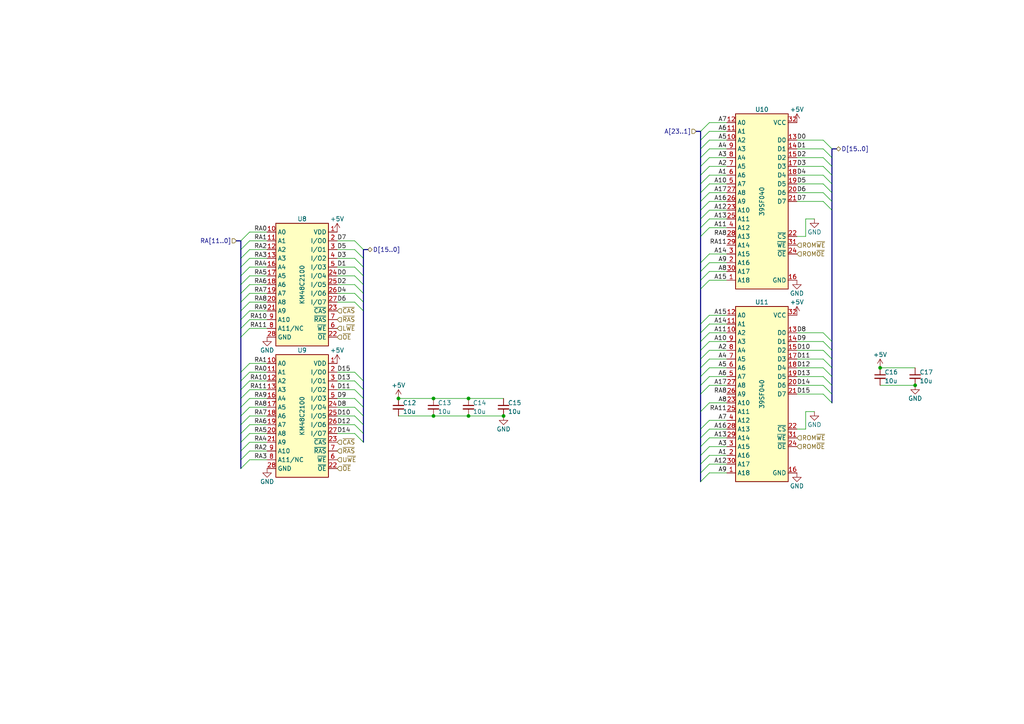
<source format=kicad_sch>
(kicad_sch (version 20231120) (generator "eeschema") (generator_version "8.0")
  (paper "A4")
  (title_block (title "WarpSE (GW4410A)") (date "2024-04-23") (rev "1.0") (company "Garrett's Workshop"))
  (lib_symbols
    (symbol "Device:C_Small" (pin_numbers hide) (pin_names (offset 0.254) hide)
      (property "Reference" "C" (at 0.254 1.778 0))
      (property "Value" "C_Small" (at 0.254 -2.032 0))
      (symbol "C_Small_0_1"
        (polyline (pts (xy -1.524 -0.508) (xy 1.524 -0.508)) (stroke (width 0.3302)))
        (polyline (pts (xy -1.524 0.508) (xy 1.524 0.508)) (stroke (width 0.3048)))
      )
      (symbol "C_Small_1_1"
        (pin passive line (at 0 2.54 270) (length 2.032) (name "~") (number "1"))
        (pin passive line (at 0 -2.54 90) (length 2.032) (name "~") (number "2"))
      )
    )
    (symbol "GW_RAM:DRAM-2Mx8-SOP-28"
      (property "Reference" "U" (at 0 19.05 0))
      (property "Value" "DRAM-2Mx8-SOP-28" (at 0 0 90))
      (symbol "DRAM-2Mx8-SOP-28_0_1"
        (rectangle (start -7.62 17.78) (end 7.62 -17.78) (stroke (width 0.254)) (fill (type background)))
      )
      (symbol "DRAM-2Mx8-SOP-28_1_1"
        (pin power_in line (at 10.16 15.24 180) (length 2.54) (name "VDD") (number "1"))
        (pin input line (at -10.16 15.24 0) (length 2.54) (name "A0") (number "10"))
        (pin input line (at -10.16 12.7 0) (length 2.54) (name "A1") (number "11"))
        (pin input line (at -10.16 10.16 0) (length 2.54) (name "A2") (number "12"))
        (pin input line (at -10.16 7.62 0) (length 2.54) (name "A3") (number "13"))
        (pin power_in line (at 10.16 15.24 180) (length 2.54) hide (name "VDD") (number "14"))
        (pin power_in line (at -10.16 -15.24 0) (length 2.54) hide (name "GND") (number "15"))
        (pin input line (at -10.16 5.08 0) (length 2.54) (name "A4") (number "16"))
        (pin input line (at -10.16 2.54 0) (length 2.54) (name "A5") (number "17"))
        (pin input line (at -10.16 0 0) (length 2.54) (name "A6") (number "18"))
        (pin input line (at -10.16 -2.54 0) (length 2.54) (name "A7") (number "19"))
        (pin bidirectional line (at 10.16 12.7 180) (length 2.54) (name "I/O0") (number "2"))
        (pin input line (at -10.16 -5.08 0) (length 2.54) (name "A8") (number "20"))
        (pin input line (at -10.16 -7.62 0) (length 2.54) (name "A9") (number "21"))
        (pin input line (at 10.16 -15.24 180) (length 2.54) (name "~{OE}") (number "22"))
        (pin input line (at 10.16 -7.62 180) (length 2.54) (name "~{CAS}") (number "23"))
        (pin bidirectional line (at 10.16 2.54 180) (length 2.54) (name "I/O4") (number "24"))
        (pin bidirectional line (at 10.16 0 180) (length 2.54) (name "I/O5") (number "25"))
        (pin bidirectional line (at 10.16 -2.54 180) (length 2.54) (name "I/O6") (number "26"))
        (pin bidirectional line (at 10.16 -5.08 180) (length 2.54) (name "I/O7") (number "27"))
        (pin power_in line (at -10.16 -15.24 0) (length 2.54) (name "GND") (number "28"))
        (pin bidirectional line (at 10.16 10.16 180) (length 2.54) (name "I/O1") (number "3"))
        (pin bidirectional line (at 10.16 7.62 180) (length 2.54) (name "I/O2") (number "4"))
        (pin bidirectional line (at 10.16 5.08 180) (length 2.54) (name "I/O3") (number "5"))
        (pin input line (at 10.16 -12.7 180) (length 2.54) (name "~{WE}") (number "6"))
        (pin input line (at 10.16 -10.16 180) (length 2.54) (name "~{RAS}") (number "7"))
        (pin input line (at -10.16 -12.7 0) (length 2.54) (name "A11/NC") (number "8"))
        (pin input line (at -10.16 -10.16 0) (length 2.54) (name "A10") (number "9"))
      )
    )
    (symbol "GW_RAM:Flash-512Kx8-PLCC-32"
      (property "Reference" "U" (at 0 26.67 0))
      (property "Value" "Flash-512Kx8-PLCC-32" (at 0 0 90))
      (symbol "Flash-512Kx8-PLCC-32_0_0"
        (pin power_in line (at 10.16 -22.86 180) (length 2.54) (name "GND") (number "16"))
        (pin power_in line (at 10.16 22.86 180) (length 2.54) (name "VCC") (number "32"))
      )
      (symbol "Flash-512Kx8-PLCC-32_0_1"
        (rectangle (start -7.62 25.4) (end 7.62 -25.4) (stroke (width 0.254)) (fill (type background)))
      )
      (symbol "Flash-512Kx8-PLCC-32_1_1"
        (pin input line (at -10.16 -22.86 0) (length 2.54) (name "A18") (number "1"))
        (pin input line (at -10.16 17.78 0) (length 2.54) (name "A2") (number "10"))
        (pin input line (at -10.16 20.32 0) (length 2.54) (name "A1") (number "11"))
        (pin input line (at -10.16 22.86 0) (length 2.54) (name "A0") (number "12"))
        (pin bidirectional line (at 10.16 17.78 180) (length 2.54) (name "D0") (number "13"))
        (pin bidirectional line (at 10.16 15.24 180) (length 2.54) (name "D1") (number "14"))
        (pin bidirectional line (at 10.16 12.7 180) (length 2.54) (name "D2") (number "15"))
        (pin bidirectional line (at 10.16 10.16 180) (length 2.54) (name "D3") (number "17"))
        (pin bidirectional line (at 10.16 7.62 180) (length 2.54) (name "D4") (number "18"))
        (pin bidirectional line (at 10.16 5.08 180) (length 2.54) (name "D5") (number "19"))
        (pin input line (at -10.16 -17.78 0) (length 2.54) (name "A16") (number "2"))
        (pin bidirectional line (at 10.16 2.54 180) (length 2.54) (name "D6") (number "20"))
        (pin bidirectional line (at 10.16 0 180) (length 2.54) (name "D7") (number "21"))
        (pin input line (at 10.16 -10.16 180) (length 2.54) (name "~{CS}") (number "22"))
        (pin input line (at -10.16 -2.54 0) (length 2.54) (name "A10") (number "23"))
        (pin input line (at 10.16 -15.24 180) (length 2.54) (name "~{OE}") (number "24"))
        (pin input line (at -10.16 -5.08 0) (length 2.54) (name "A11") (number "25"))
        (pin input line (at -10.16 0 0) (length 2.54) (name "A9") (number "26"))
        (pin input line (at -10.16 2.54 0) (length 2.54) (name "A8") (number "27"))
        (pin input line (at -10.16 -10.16 0) (length 2.54) (name "A13") (number "28"))
        (pin input line (at -10.16 -12.7 0) (length 2.54) (name "A14") (number "29"))
        (pin input line (at -10.16 -15.24 0) (length 2.54) (name "A15") (number "3"))
        (pin input line (at -10.16 -20.32 0) (length 2.54) (name "A17") (number "30"))
        (pin input line (at 10.16 -12.7 180) (length 2.54) (name "~{WE}") (number "31"))
        (pin input line (at -10.16 -7.62 0) (length 2.54) (name "A12") (number "4"))
        (pin input line (at -10.16 5.08 0) (length 2.54) (name "A7") (number "5"))
        (pin input line (at -10.16 7.62 0) (length 2.54) (name "A6") (number "6"))
        (pin input line (at -10.16 10.16 0) (length 2.54) (name "A5") (number "7"))
        (pin input line (at -10.16 12.7 0) (length 2.54) (name "A4") (number "8"))
        (pin input line (at -10.16 15.24 0) (length 2.54) (name "A3") (number "9"))
      )
    )
    (symbol "power:+5V" (power) (pin_names (offset 0))
      (property "Value" "+5V" (at 0 3.556 0))
      (symbol "+5V_0_1"
        (polyline (pts (xy -0.762 1.27) (xy 0 2.54)))
        (polyline (pts (xy 0 0) (xy 0 2.54)))
        (polyline (pts (xy 0 2.54) (xy 0.762 1.27)))
      )
      (symbol "+5V_1_1"
        (pin power_in line (at 0 0 90) (length 0) hide (name "+5V") (number "1"))
      )
    )
    (symbol "power:GND" (power) (pin_names (offset 0))
      (property "Value" "GND" (at 0 -3.81 0))
      (symbol "GND_0_1"
        (polyline (pts (xy 0 0) (xy 0 -1.27) (xy 1.27 -1.27) (xy 0 -2.54) (xy -1.27 -1.27) (xy 0 -1.27)))
      )
      (symbol "GND_1_1"
        (pin power_in line (at 0 0 270) (length 0) hide (name "GND") (number "1"))
      )
    )
  )
  (junction (at 265.43 111.76))
  (junction (at 115.57 115.57))
  (junction (at 146.05 120.65))
  (junction (at 255.27 106.68))
  (junction (at 125.73 115.57))
  (junction (at 135.89 120.65))
  (junction (at 125.73 120.65))
  (junction (at 135.89 115.57))
  (bus_entry (at 105.41 85.09) (size -2.54 -2.54))
  (bus_entry (at 69.85 118.11) (size 2.54 -2.54))
  (bus_entry (at 105.41 87.63) (size -2.54 -2.54))
  (bus_entry (at 105.41 72.39) (size -2.54 -2.54))
  (bus_entry (at 205.74 78.74) (size -2.54 2.54))
  (bus_entry (at 105.41 123.19) (size -2.54 -2.54))
  (bus_entry (at 205.74 96.52) (size -2.54 2.54))
  (bus_entry (at 238.76 50.8) (size 2.54 2.54))
  (bus_entry (at 205.74 132.08) (size -2.54 2.54))
  (bus_entry (at 69.85 80.01) (size 2.54 -2.54))
  (bus_entry (at 69.85 77.47) (size 2.54 -2.54))
  (bus_entry (at 105.41 74.93) (size -2.54 -2.54))
  (bus_entry (at 105.41 113.03) (size -2.54 -2.54))
  (bus_entry (at 205.74 45.72) (size -2.54 2.54))
  (bus_entry (at 205.74 111.76) (size -2.54 2.54))
  (bus_entry (at 69.85 133.35) (size 2.54 -2.54))
  (bus_entry (at 69.85 123.19) (size 2.54 -2.54))
  (bus_entry (at 238.76 58.42) (size 2.54 2.54))
  (bus_entry (at 205.74 99.06) (size -2.54 2.54))
  (bus_entry (at 105.41 125.73) (size -2.54 -2.54))
  (bus_entry (at 238.76 111.76) (size 2.54 2.54))
  (bus_entry (at 69.85 128.27) (size 2.54 -2.54))
  (bus_entry (at 69.85 125.73) (size 2.54 -2.54))
  (bus_entry (at 69.85 97.79) (size 2.54 -2.54))
  (bus_entry (at 205.74 91.44) (size -2.54 2.54))
  (bus_entry (at 238.76 96.52) (size 2.54 2.54))
  (bus_entry (at 105.41 128.27) (size -2.54 -2.54))
  (bus_entry (at 238.76 55.88) (size 2.54 2.54))
  (bus_entry (at 105.41 115.57) (size -2.54 -2.54))
  (bus_entry (at 105.41 120.65) (size -2.54 -2.54))
  (bus_entry (at 105.41 90.17) (size -2.54 -2.54))
  (bus_entry (at 105.41 118.11) (size -2.54 -2.54))
  (bus_entry (at 205.74 137.16) (size -2.54 2.54))
  (bus_entry (at 105.41 80.01) (size -2.54 -2.54))
  (bus_entry (at 205.74 129.54) (size -2.54 2.54))
  (bus_entry (at 205.74 73.66) (size -2.54 2.54))
  (bus_entry (at 69.85 92.71) (size 2.54 -2.54))
  (bus_entry (at 238.76 45.72) (size 2.54 2.54))
  (bus_entry (at 205.74 81.28) (size -2.54 2.54))
  (bus_entry (at 205.74 55.88) (size -2.54 2.54))
  (bus_entry (at 69.85 110.49) (size 2.54 -2.54))
  (bus_entry (at 69.85 107.95) (size 2.54 -2.54))
  (bus_entry (at 69.85 74.93) (size 2.54 -2.54))
  (bus_entry (at 205.74 58.42) (size -2.54 2.54))
  (bus_entry (at 205.74 76.2) (size -2.54 2.54))
  (bus_entry (at 69.85 85.09) (size 2.54 -2.54))
  (bus_entry (at 69.85 90.17) (size 2.54 -2.54))
  (bus_entry (at 205.74 121.92) (size -2.54 2.54))
  (bus_entry (at 238.76 43.18) (size 2.54 2.54))
  (bus_entry (at 205.74 106.68) (size -2.54 2.54))
  (bus_entry (at 69.85 87.63) (size 2.54 -2.54))
  (bus_entry (at 105.41 110.49) (size -2.54 -2.54))
  (bus_entry (at 69.85 69.85) (size 2.54 -2.54))
  (bus_entry (at 205.74 109.22) (size -2.54 2.54))
  (bus_entry (at 105.41 82.55) (size -2.54 -2.54))
  (bus_entry (at 238.76 40.64) (size 2.54 2.54))
  (bus_entry (at 69.85 82.55) (size 2.54 -2.54))
  (bus_entry (at 205.74 66.04) (size -2.54 2.54))
  (bus_entry (at 238.76 53.34) (size 2.54 2.54))
  (bus_entry (at 205.74 124.46) (size -2.54 2.54))
  (bus_entry (at 205.74 50.8) (size -2.54 2.54))
  (bus_entry (at 238.76 48.26) (size 2.54 2.54))
  (bus_entry (at 205.74 53.34) (size -2.54 2.54))
  (bus_entry (at 205.74 93.98) (size -2.54 2.54))
  (bus_entry (at 205.74 127) (size -2.54 2.54))
  (bus_entry (at 205.74 38.1) (size -2.54 2.54))
  (bus_entry (at 238.76 104.14) (size 2.54 2.54))
  (bus_entry (at 205.74 35.56) (size -2.54 2.54))
  (bus_entry (at 105.41 77.47) (size -2.54 -2.54))
  (bus_entry (at 238.76 101.6) (size 2.54 2.54))
  (bus_entry (at 205.74 134.62) (size -2.54 2.54))
  (bus_entry (at 205.74 60.96) (size -2.54 2.54))
  (bus_entry (at 205.74 63.5) (size -2.54 2.54))
  (bus_entry (at 205.74 40.64) (size -2.54 2.54))
  (bus_entry (at 238.76 99.06) (size 2.54 2.54))
  (bus_entry (at 69.85 120.65) (size 2.54 -2.54))
  (bus_entry (at 69.85 115.57) (size 2.54 -2.54))
  (bus_entry (at 69.85 113.03) (size 2.54 -2.54))
  (bus_entry (at 205.74 104.14) (size -2.54 2.54))
  (bus_entry (at 238.76 106.68) (size 2.54 2.54))
  (bus_entry (at 238.76 109.22) (size 2.54 2.54))
  (bus_entry (at 69.85 72.39) (size 2.54 -2.54))
  (bus_entry (at 205.74 116.84) (size -2.54 2.54))
  (bus_entry (at 69.85 95.25) (size 2.54 -2.54))
  (bus_entry (at 205.74 43.18) (size -2.54 2.54))
  (bus_entry (at 238.76 114.3) (size 2.54 2.54))
  (bus_entry (at 205.74 101.6) (size -2.54 2.54))
  (bus_entry (at 69.85 135.89) (size 2.54 -2.54))
  (bus_entry (at 69.85 130.81) (size 2.54 -2.54))
  (bus_entry (at 205.74 48.26) (size -2.54 2.54))
  (bus (pts (xy 241.3 58.42) (xy 241.3 60.96)))
  (bus (pts (xy 69.85 69.85) (xy 69.85 72.39)))
  (bus (pts (xy 105.41 123.19) (xy 105.41 125.73)))
  (wire (pts (xy 77.47 82.55) (xy 72.39 82.55)))
  (bus (pts (xy 69.85 128.27) (xy 69.85 130.81)))
  (bus (pts (xy 69.85 74.93) (xy 69.85 77.47)))
  (wire (pts (xy 210.82 91.44) (xy 205.74 91.44)))
  (wire (pts (xy 77.47 85.09) (xy 72.39 85.09)))
  (wire (pts (xy 210.82 38.1) (xy 205.74 38.1)))
  (wire (pts (xy 77.47 118.11) (xy 72.39 118.11)))
  (wire (pts (xy 115.57 120.65) (xy 125.73 120.65)))
  (wire (pts (xy 210.82 50.8) (xy 205.74 50.8)))
  (wire (pts (xy 231.14 96.52) (xy 238.76 96.52)))
  (wire (pts (xy 210.82 134.62) (xy 205.74 134.62)))
  (bus (pts (xy 69.85 133.35) (xy 69.85 135.89)))
  (wire (pts (xy 125.73 115.57) (xy 135.89 115.57)))
  (wire (pts (xy 231.14 104.14) (xy 238.76 104.14)))
  (wire (pts (xy 77.47 105.41) (xy 72.39 105.41)))
  (wire (pts (xy 77.47 113.03) (xy 72.39 113.03)))
  (wire (pts (xy 135.89 115.57) (xy 146.05 115.57)))
  (wire (pts (xy 210.82 99.06) (xy 205.74 99.06)))
  (wire (pts (xy 210.82 35.56) (xy 205.74 35.56)))
  (bus (pts (xy 203.2 43.18) (xy 203.2 45.72)))
  (bus (pts (xy 203.2 124.46) (xy 203.2 127)))
  (wire (pts (xy 210.82 55.88) (xy 205.74 55.88)))
  (wire (pts (xy 231.14 48.26) (xy 238.76 48.26)))
  (bus (pts (xy 241.3 101.6) (xy 241.3 104.14)))
  (bus (pts (xy 241.3 55.88) (xy 241.3 58.42)))
  (bus (pts (xy 241.3 48.26) (xy 241.3 50.8)))
  (bus (pts (xy 241.3 50.8) (xy 241.3 53.34)))
  (bus (pts (xy 105.41 74.93) (xy 105.41 77.47)))
  (wire (pts (xy 77.47 92.71) (xy 72.39 92.71)))
  (wire (pts (xy 231.14 111.76) (xy 238.76 111.76)))
  (bus (pts (xy 203.2 134.62) (xy 203.2 137.16)))
  (bus (pts (xy 69.85 118.11) (xy 69.85 120.65)))
  (bus (pts (xy 203.2 38.1) (xy 203.2 40.64)))
  (bus (pts (xy 69.85 95.25) (xy 69.85 97.79)))
  (bus (pts (xy 203.2 111.76) (xy 203.2 114.3)))
  (wire (pts (xy 210.82 96.52) (xy 205.74 96.52)))
  (bus (pts (xy 69.85 123.19) (xy 69.85 125.73)))
  (bus (pts (xy 69.85 130.81) (xy 69.85 133.35)))
  (wire (pts (xy 77.47 90.17) (xy 72.39 90.17)))
  (bus (pts (xy 242.57 43.18) (xy 241.3 43.18)))
  (wire (pts (xy 236.22 119.38) (xy 233.68 119.38)))
  (bus (pts (xy 203.2 129.54) (xy 203.2 132.08)))
  (wire (pts (xy 102.87 72.39) (xy 97.79 72.39)))
  (wire (pts (xy 115.57 115.57) (xy 125.73 115.57)))
  (bus (pts (xy 203.2 50.8) (xy 203.2 53.34)))
  (wire (pts (xy 233.68 63.5) (xy 233.68 68.58)))
  (wire (pts (xy 210.82 76.2) (xy 205.74 76.2)))
  (bus (pts (xy 105.41 120.65) (xy 105.41 123.19)))
  (wire (pts (xy 231.14 53.34) (xy 238.76 53.34)))
  (wire (pts (xy 210.82 53.34) (xy 205.74 53.34)))
  (wire (pts (xy 77.47 72.39) (xy 72.39 72.39)))
  (bus (pts (xy 105.41 113.03) (xy 105.41 115.57)))
  (bus (pts (xy 241.3 114.3) (xy 241.3 116.84)))
  (wire (pts (xy 102.87 110.49) (xy 97.79 110.49)))
  (bus (pts (xy 105.41 90.17) (xy 105.41 110.49)))
  (wire (pts (xy 77.47 67.31) (xy 72.39 67.31)))
  (bus (pts (xy 69.85 82.55) (xy 69.85 85.09)))
  (bus (pts (xy 105.41 85.09) (xy 105.41 87.63)))
  (wire (pts (xy 97.79 118.11) (xy 102.87 118.11)))
  (bus (pts (xy 203.2 66.04) (xy 203.2 68.58)))
  (bus (pts (xy 203.2 109.22) (xy 203.2 111.76)))
  (bus (pts (xy 106.68 72.39) (xy 105.41 72.39)))
  (bus (pts (xy 69.85 92.71) (xy 69.85 95.25)))
  (bus (pts (xy 203.2 40.64) (xy 203.2 43.18)))
  (bus (pts (xy 69.85 97.79) (xy 69.85 107.95)))
  (wire (pts (xy 125.73 120.65) (xy 135.89 120.65)))
  (wire (pts (xy 77.47 107.95) (xy 72.39 107.95)))
  (wire (pts (xy 210.82 137.16) (xy 205.74 137.16)))
  (wire (pts (xy 210.82 109.22) (xy 205.74 109.22)))
  (bus (pts (xy 203.2 63.5) (xy 203.2 66.04)))
  (bus (pts (xy 69.85 90.17) (xy 69.85 92.71)))
  (wire (pts (xy 210.82 66.04) (xy 205.74 66.04)))
  (bus (pts (xy 203.2 53.34) (xy 203.2 55.88)))
  (wire (pts (xy 210.82 106.68) (xy 205.74 106.68)))
  (bus (pts (xy 105.41 110.49) (xy 105.41 113.03)))
  (bus (pts (xy 241.3 104.14) (xy 241.3 106.68)))
  (wire (pts (xy 236.22 63.5) (xy 233.68 63.5)))
  (wire (pts (xy 77.47 133.35) (xy 72.39 133.35)))
  (wire (pts (xy 210.82 58.42) (xy 205.74 58.42)))
  (wire (pts (xy 77.47 77.47) (xy 72.39 77.47)))
  (bus (pts (xy 241.3 60.96) (xy 241.3 99.06)))
  (wire (pts (xy 233.68 119.38) (xy 233.68 124.46)))
  (wire (pts (xy 231.14 55.88) (xy 238.76 55.88)))
  (bus (pts (xy 201.93 38.1) (xy 203.2 38.1)))
  (wire (pts (xy 210.82 111.76) (xy 205.74 111.76)))
  (wire (pts (xy 210.82 45.72) (xy 205.74 45.72)))
  (wire (pts (xy 77.47 120.65) (xy 72.39 120.65)))
  (bus (pts (xy 203.2 45.72) (xy 203.2 48.26)))
  (bus (pts (xy 203.2 104.14) (xy 203.2 106.68)))
  (bus (pts (xy 203.2 101.6) (xy 203.2 104.14)))
  (wire (pts (xy 97.79 85.09) (xy 102.87 85.09)))
  (bus (pts (xy 69.85 72.39) (xy 69.85 74.93)))
  (bus (pts (xy 69.85 120.65) (xy 69.85 123.19)))
  (wire (pts (xy 210.82 43.18) (xy 205.74 43.18)))
  (bus (pts (xy 203.2 137.16) (xy 203.2 139.7)))
  (wire (pts (xy 77.47 87.63) (xy 72.39 87.63)))
  (wire (pts (xy 210.82 40.64) (xy 205.74 40.64)))
  (bus (pts (xy 203.2 119.38) (xy 203.2 124.46)))
  (wire (pts (xy 231.14 50.8) (xy 238.76 50.8)))
  (wire (pts (xy 102.87 69.85) (xy 97.79 69.85)))
  (bus (pts (xy 105.41 125.73) (xy 105.41 128.27)))
  (wire (pts (xy 231.14 106.68) (xy 238.76 106.68)))
  (wire (pts (xy 210.82 129.54) (xy 205.74 129.54)))
  (wire (pts (xy 210.82 60.96) (xy 205.74 60.96)))
  (wire (pts (xy 210.82 73.66) (xy 205.74 73.66)))
  (wire (pts (xy 102.87 113.03) (xy 97.79 113.03)))
  (bus (pts (xy 105.41 77.47) (xy 105.41 80.01)))
  (bus (pts (xy 203.2 81.28) (xy 203.2 83.82)))
  (bus (pts (xy 203.2 83.82) (xy 203.2 93.98)))
  (wire (pts (xy 210.82 93.98) (xy 205.74 93.98)))
  (bus (pts (xy 69.85 77.47) (xy 69.85 80.01)))
  (wire (pts (xy 77.47 95.25) (xy 72.39 95.25)))
  (wire (pts (xy 210.82 116.84) (xy 205.74 116.84)))
  (bus (pts (xy 241.3 106.68) (xy 241.3 109.22)))
  (wire (pts (xy 97.79 87.63) (xy 102.87 87.63)))
  (wire (pts (xy 233.68 124.46) (xy 231.14 124.46)))
  (bus (pts (xy 241.3 43.18) (xy 241.3 45.72)))
  (wire (pts (xy 255.27 106.68) (xy 265.43 106.68)))
  (bus (pts (xy 241.3 45.72) (xy 241.3 48.26)))
  (bus (pts (xy 241.3 99.06) (xy 241.3 101.6)))
  (wire (pts (xy 210.82 81.28) (xy 205.74 81.28)))
  (bus (pts (xy 203.2 48.26) (xy 203.2 50.8)))
  (wire (pts (xy 210.82 101.6) (xy 205.74 101.6)))
  (wire (pts (xy 231.14 114.3) (xy 238.76 114.3)))
  (bus (pts (xy 203.2 132.08) (xy 203.2 134.62)))
  (wire (pts (xy 77.47 123.19) (xy 72.39 123.19)))
  (wire (pts (xy 97.79 120.65) (xy 102.87 120.65)))
  (bus (pts (xy 69.85 87.63) (xy 69.85 90.17)))
  (bus (pts (xy 203.2 127) (xy 203.2 129.54)))
  (wire (pts (xy 77.47 74.93) (xy 72.39 74.93)))
  (wire (pts (xy 135.89 120.65) (xy 146.05 120.65)))
  (wire (pts (xy 77.47 69.85) (xy 72.39 69.85)))
  (wire (pts (xy 97.79 123.19) (xy 102.87 123.19)))
  (wire (pts (xy 102.87 77.47) (xy 97.79 77.47)))
  (bus (pts (xy 69.85 125.73) (xy 69.85 128.27)))
  (wire (pts (xy 77.47 125.73) (xy 72.39 125.73)))
  (wire (pts (xy 231.14 101.6) (xy 238.76 101.6)))
  (bus (pts (xy 203.2 76.2) (xy 203.2 78.74)))
  (bus (pts (xy 241.3 109.22) (xy 241.3 111.76)))
  (bus (pts (xy 105.41 115.57) (xy 105.41 118.11)))
  (bus (pts (xy 241.3 53.34) (xy 241.3 55.88)))
  (bus (pts (xy 203.2 55.88) (xy 203.2 58.42)))
  (wire (pts (xy 231.14 99.06) (xy 238.76 99.06)))
  (wire (pts (xy 77.47 128.27) (xy 72.39 128.27)))
  (bus (pts (xy 203.2 68.58) (xy 203.2 76.2)))
  (wire (pts (xy 255.27 111.76) (xy 265.43 111.76)))
  (bus (pts (xy 203.2 78.74) (xy 203.2 81.28)))
  (wire (pts (xy 231.14 109.22) (xy 238.76 109.22)))
  (wire (pts (xy 233.68 68.58) (xy 231.14 68.58)))
  (wire (pts (xy 97.79 80.01) (xy 102.87 80.01)))
  (bus (pts (xy 203.2 96.52) (xy 203.2 99.06)))
  (bus (pts (xy 69.85 80.01) (xy 69.85 82.55)))
  (wire (pts (xy 97.79 82.55) (xy 102.87 82.55)))
  (wire (pts (xy 231.14 45.72) (xy 238.76 45.72)))
  (wire (pts (xy 210.82 132.08) (xy 205.74 132.08)))
  (bus (pts (xy 203.2 99.06) (xy 203.2 101.6)))
  (wire (pts (xy 97.79 107.95) (xy 102.87 107.95)))
  (bus (pts (xy 105.41 82.55) (xy 105.41 85.09)))
  (bus (pts (xy 105.41 87.63) (xy 105.41 90.17)))
  (wire (pts (xy 102.87 115.57) (xy 97.79 115.57)))
  (wire (pts (xy 231.14 40.64) (xy 238.76 40.64)))
  (bus (pts (xy 203.2 106.68) (xy 203.2 109.22)))
  (wire (pts (xy 77.47 110.49) (xy 72.39 110.49)))
  (bus (pts (xy 105.41 72.39) (xy 105.41 74.93)))
  (wire (pts (xy 210.82 104.14) (xy 205.74 104.14)))
  (wire (pts (xy 102.87 74.93) (xy 97.79 74.93)))
  (wire (pts (xy 210.82 127) (xy 205.74 127)))
  (bus (pts (xy 69.85 113.03) (xy 69.85 115.57)))
  (wire (pts (xy 77.47 115.57) (xy 72.39 115.57)))
  (wire (pts (xy 231.14 58.42) (xy 238.76 58.42)))
  (bus (pts (xy 203.2 58.42) (xy 203.2 60.96)))
  (wire (pts (xy 77.47 130.81) (xy 72.39 130.81)))
  (wire (pts (xy 210.82 48.26) (xy 205.74 48.26)))
  (bus (pts (xy 105.41 80.01) (xy 105.41 82.55)))
  (bus (pts (xy 69.85 85.09) (xy 69.85 87.63)))
  (wire (pts (xy 97.79 125.73) (xy 102.87 125.73)))
  (bus (pts (xy 203.2 114.3) (xy 203.2 119.38)))
  (bus (pts (xy 69.85 69.85) (xy 68.58 69.85)))
  (wire (pts (xy 210.82 63.5) (xy 205.74 63.5)))
  (bus (pts (xy 69.85 115.57) (xy 69.85 118.11)))
  (wire (pts (xy 210.82 124.46) (xy 205.74 124.46)))
  (bus (pts (xy 203.2 60.96) (xy 203.2 63.5)))
  (wire (pts (xy 231.14 43.18) (xy 238.76 43.18)))
  (bus (pts (xy 241.3 111.76) (xy 241.3 114.3)))
  (bus (pts (xy 203.2 93.98) (xy 203.2 96.52)))
  (wire (pts (xy 77.47 80.01) (xy 72.39 80.01)))
  (bus (pts (xy 69.85 107.95) (xy 69.85 110.49)))
  (bus (pts (xy 69.85 110.49) (xy 69.85 113.03)))
  (bus (pts (xy 105.41 118.11) (xy 105.41 120.65)))
  (wire (pts (xy 210.82 121.92) (xy 205.74 121.92)))
  (wire (pts (xy 210.82 78.74) (xy 205.74 78.74)))
  (label "RA11" (at 210.82 71.12 180))
  (label "A6" (at 210.82 38.1 180))
  (label "D12" (at 231.14 106.68 0))
  (label "RA11" (at 77.47 95.25 180))
  (label "A7" (at 210.82 35.56 180))
  (label "A1" (at 210.82 132.08 180))
  (label "A2" (at 210.82 48.26 180))
  (label "RA2" (at 77.47 72.39 180))
  (label "A17" (at 210.82 111.76 180))
  (label "A13" (at 210.82 127 180))
  (label "D10" (at 231.14 101.6 0))
  (label "D5" (at 97.79 72.39 0))
  (label "RA5" (at 77.47 125.73 180))
  (label "A8" (at 210.82 78.74 180))
  (label "D14" (at 231.14 111.76 0))
  (label "A4" (at 210.82 43.18 180))
  (label "A10" (at 210.82 53.34 180))
  (label "RA2" (at 77.47 130.81 180))
  (label "A14" (at 210.82 93.98 180))
  (label "D12" (at 97.79 123.19 0))
  (label "RA8" (at 77.47 118.11 180))
  (label "D11" (at 231.14 104.14 0))
  (label "RA8" (at 77.47 87.63 180))
  (label "RA0" (at 77.47 107.95 180))
  (label "A5" (at 210.82 106.68 180))
  (label "RA8" (at 210.82 114.3 180))
  (label "D4" (at 97.79 85.09 0))
  (label "D6" (at 97.79 87.63 0))
  (label "A13" (at 210.82 63.5 180))
  (label "A11" (at 210.82 66.04 180))
  (label "A16" (at 210.82 124.46 180))
  (label "D3" (at 97.79 74.93 0))
  (label "D2" (at 97.79 82.55 0))
  (label "A8" (at 210.82 116.84 180))
  (label "D1" (at 231.14 43.18 0))
  (label "RA9" (at 77.47 115.57 180))
  (label "RA7" (at 77.47 120.65 180))
  (label "RA10" (at 77.47 92.71 180))
  (label "A4" (at 210.82 104.14 180))
  (label "A5" (at 210.82 40.64 180))
  (label "RA4" (at 77.47 128.27 180))
  (label "D9" (at 97.79 115.57 0))
  (label "D7" (at 97.79 69.85 0))
  (label "RA6" (at 77.47 82.55 180))
  (label "D8" (at 231.14 96.52 0))
  (label "A7" (at 210.82 121.92 180))
  (label "RA5" (at 77.47 80.01 180))
  (label "RA6" (at 77.47 123.19 180))
  (label "D14" (at 97.79 125.73 0))
  (label "D3" (at 231.14 48.26 0))
  (label "A16" (at 210.82 58.42 180))
  (label "D6" (at 231.14 55.88 0))
  (label "A9" (at 210.82 76.2 180))
  (label "A2" (at 210.82 101.6 180))
  (label "RA1" (at 77.47 105.41 180))
  (label "D13" (at 231.14 109.22 0))
  (label "A15" (at 210.82 91.44 180))
  (label "D1" (at 97.79 77.47 0))
  (label "RA1" (at 77.47 69.85 180))
  (label "D15" (at 231.14 114.3 0))
  (label "D2" (at 231.14 45.72 0))
  (label "A6" (at 210.82 109.22 180))
  (label "A14" (at 210.82 73.66 180))
  (label "D4" (at 231.14 50.8 0))
  (label "A11" (at 210.82 96.52 180))
  (label "RA9" (at 77.47 90.17 180))
  (label "A9" (at 210.82 137.16 180))
  (label "RA8" (at 210.82 68.58 180))
  (label "RA11" (at 210.82 119.38 180))
  (label "A15" (at 210.82 81.28 180))
  (label "RA0" (at 77.47 67.31 180))
  (label "A12" (at 210.82 60.96 180))
  (label "RA4" (at 77.47 77.47 180))
  (label "D15" (at 97.79 107.95 0))
  (label "RA7" (at 77.47 85.09 180))
  (label "D11" (at 97.79 113.03 0))
  (label "D9" (at 231.14 99.06 0))
  (label "A17" (at 210.82 55.88 180))
  (label "D0" (at 97.79 80.01 0))
  (label "D13" (at 97.79 110.49 0))
  (label "D5" (at 231.14 53.34 0))
  (label "RA3" (at 77.47 74.93 180))
  (label "A1" (at 210.82 50.8 180))
  (label "A3" (at 210.82 129.54 180))
  (label "RA10" (at 77.47 110.49 180))
  (label "D8" (at 97.79 118.11 0))
  (label "RA11" (at 77.47 113.03 180))
  (label "A10" (at 210.82 99.06 180))
  (label "D7" (at 231.14 58.42 0))
  (label "A3" (at 210.82 45.72 180))
  (label "D10" (at 97.79 120.65 0))
  (label "A12" (at 210.82 134.62 180))
  (label "D0" (at 231.14 40.64 0))
  (label "RA3" (at 77.47 133.35 180))
  (hierarchical_label "D[15..0]" (shape bidirectional) (at 106.68 72.39 0))
  (hierarchical_label "~{OE}" (shape input) (at 97.79 135.89 0))
  (hierarchical_label "ROM~{OE}" (shape input) (at 231.14 129.54 0))
  (hierarchical_label "U~{WE}" (shape input) (at 97.79 133.35 0))
  (hierarchical_label "L~{WE}" (shape input) (at 97.79 95.25 0))
  (hierarchical_label "ROM~{WE}" (shape input) (at 231.14 127 0))
  (hierarchical_label "D[15..0]" (shape bidirectional) (at 242.57 43.18 0))
  (hierarchical_label "~{CAS}" (shape input) (at 97.79 90.17 0))
  (hierarchical_label "~{RAS}" (shape input) (at 97.79 92.71 0))
  (hierarchical_label "~{OE}" (shape input) (at 97.79 97.79 0))
  (hierarchical_label "ROM~{WE}" (shape input) (at 231.14 71.12 0))
  (hierarchical_label "ROM~{OE}" (shape input) (at 231.14 73.66 0))
  (hierarchical_label "RA[11..0]" (shape input) (at 68.58 69.85 180))
  (hierarchical_label "~{RAS}" (shape input) (at 97.79 130.81 0))
  (hierarchical_label "A[23..1]" (shape input) (at 201.93 38.1 180))
  (hierarchical_label "~{CAS}" (shape input) (at 97.79 128.27 0))
  (symbol (lib_id "GW_RAM:DRAM-2Mx8-SOP-28") (at 87.63 82.55 0) (unit 1)
    (property "Reference" "U8" (at 87.63 63.5 0))
    (property "Value" "KM48C2100" (at 87.63 82.55 90))
    (property "Footprint" "stdpads:SOJ-28_300mil" (effects (hide yes)))
  )
  (symbol (lib_id "power:GND") (at 77.47 97.79 0) (unit 1)
    (property "Reference" "#PWR0133" (effects (hide yes)))
    (property "Value" "GND" (at 77.47 101.6 0))
  )
  (symbol (lib_id "GW_RAM:DRAM-2Mx8-SOP-28") (at 87.63 120.65 0) (unit 1)
    (property "Reference" "U9" (at 87.63 101.6 0))
    (property "Value" "KM48C2100" (at 87.63 120.65 90))
    (property "Footprint" "stdpads:SOJ-28_300mil" (effects (hide yes)))
  )
  (symbol (lib_id "power:GND") (at 77.47 135.89 0) (unit 1)
    (property "Reference" "#PWR0134" (effects (hide yes)))
    (property "Value" "GND" (at 77.47 139.7 0))
  )
  (symbol (lib_id "power:+5V") (at 115.57 115.57 0) (unit 1)
    (property "Reference" "#PWR0138" (effects (hide yes)))
    (property "Value" "+5V" (at 115.57 111.76 0))
  )
  (symbol (lib_id "Device:C_Small") (at 125.73 118.11 0) (unit 1)
    (property "Reference" "C13" (at 127 116.84 0) (effects (justify left)))
    (property "Value" "10u" (at 127 119.38 0) (effects (justify left)))
    (property "Footprint" "stdpads:C_0805" (effects (hide yes)))
    (property "LCSC Part" "C15850" (effects (hide yes)))
  )
  (symbol (lib_id "Device:C_Small") (at 115.57 118.11 0) (unit 1)
    (property "Reference" "C12" (at 116.84 116.84 0) (effects (justify left)))
    (property "Value" "10u" (at 116.84 119.38 0) (effects (justify left)))
    (property "Footprint" "stdpads:C_0805" (effects (hide yes)))
    (property "LCSC Part" "C15850" (effects (hide yes)))
  )
  (symbol (lib_id "Device:C_Small") (at 135.89 118.11 0) (unit 1)
    (property "Reference" "C14" (at 137.16 116.84 0) (effects (justify left)))
    (property "Value" "10u" (at 137.16 119.38 0) (effects (justify left)))
    (property "Footprint" "stdpads:C_0805" (effects (hide yes)))
    (property "LCSC Part" "C15850" (effects (hide yes)))
  )
  (symbol (lib_id "Device:C_Small") (at 146.05 118.11 0) (unit 1)
    (property "Reference" "C15" (at 147.32 116.84 0) (effects (justify left)))
    (property "Value" "10u" (at 147.32 119.38 0) (effects (justify left)))
    (property "Footprint" "stdpads:C_0805" (effects (hide yes)))
    (property "LCSC Part" "C15850" (effects (hide yes)))
  )
  (symbol (lib_id "GW_RAM:Flash-512Kx8-PLCC-32") (at 220.98 58.42 0) (unit 1)
    (property "Reference" "U10" (at 220.98 31.75 0))
    (property "Value" "39SF040" (at 220.98 58.42 90))
    (property "Footprint" "stdpads:PLCC-32" (effects (hide yes)))
    (property "LCSC Part" "C645935" (effects (hide yes)))
  )
  (symbol (lib_id "power:GND") (at 231.14 81.28 0) (unit 1)
    (property "Reference" "#PWR0141" (effects (hide yes)))
    (property "Value" "GND" (at 231.14 85.09 0))
  )
  (symbol (lib_id "power:GND") (at 231.14 137.16 0) (unit 1)
    (property "Reference" "#PWR0142" (effects (hide yes)))
    (property "Value" "GND" (at 231.14 140.97 0))
  )
  (symbol (lib_id "GW_RAM:Flash-512Kx8-PLCC-32") (at 220.98 114.3 0) (unit 1)
    (property "Reference" "U11" (at 220.98 87.63 0))
    (property "Value" "39SF040" (at 220.98 114.3 90))
    (property "Footprint" "stdpads:PLCC-32" (effects (hide yes)))
    (property "LCSC Part" "C645935" (effects (hide yes)))
  )
  (symbol (lib_id "power:+5V") (at 255.27 106.68 0) (unit 1)
    (property "Reference" "#PWR0145" (effects (hide yes)))
    (property "Value" "+5V" (at 255.27 102.87 0))
  )
  (symbol (lib_id "Device:C_Small") (at 265.43 109.22 0) (unit 1)
    (property "Reference" "C17" (at 266.7 107.95 0) (effects (justify left)))
    (property "Value" "10u" (at 266.7 110.49 0) (effects (justify left)))
    (property "Footprint" "stdpads:C_0805" (effects (hide yes)))
    (property "LCSC Part" "C15850" (effects (hide yes)))
  )
  (symbol (lib_id "Device:C_Small") (at 255.27 109.22 0) (unit 1)
    (property "Reference" "C16" (at 256.54 107.95 0) (effects (justify left)))
    (property "Value" "10u" (at 256.54 110.49 0) (effects (justify left)))
    (property "Footprint" "stdpads:C_0805" (effects (hide yes)))
    (property "LCSC Part" "C15850" (effects (hide yes)))
  )
  (symbol (lib_id "power:+5V") (at 97.79 67.31 0) (unit 1)
    (property "Reference" "#PWR0105" (effects (hide yes)))
    (property "Value" "+5V" (at 97.79 63.5 0))
  )
  (symbol (lib_id "power:+5V") (at 97.79 105.41 0) (unit 1)
    (property "Reference" "#PWR0119" (effects (hide yes)))
    (property "Value" "+5V" (at 97.79 101.6 0))
  )
  (symbol (lib_id "power:+5V") (at 231.14 35.56 0) (unit 1)
    (property "Reference" "#PWR0120" (effects (hide yes)))
    (property "Value" "+5V" (at 231.14 31.75 0))
  )
  (symbol (lib_id "power:+5V") (at 231.14 91.44 0) (unit 1)
    (property "Reference" "#PWR0121" (effects (hide yes)))
    (property "Value" "+5V" (at 231.14 87.63 0))
  )
  (symbol (lib_id "power:GND") (at 236.22 119.38 0) (unit 1)
    (property "Reference" "#PWR010" (effects (hide yes)))
    (property "Value" "GND" (at 236.22 123.19 0))
  )
  (symbol (lib_id "power:GND") (at 236.22 63.5 0) (unit 1)
    (property "Reference" "#PWR014" (effects (hide yes)))
    (property "Value" "GND" (at 236.22 67.31 0))
  )
  (symbol (lib_id "power:GND") (at 265.43 111.76 0) (unit 1)
    (property "Reference" "#PWR0135" (effects (hide yes)))
    (property "Value" "GND" (at 265.43 115.57 0))
  )
  (symbol (lib_id "power:GND") (at 146.05 120.65 0) (unit 1)
    (property "Reference" "#PWR0132" (effects (hide yes)))
    (property "Value" "GND" (at 146.05 124.46 0))
  )
)
</source>
